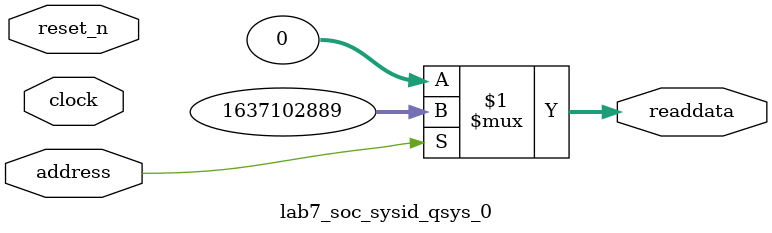
<source format=v>



// synthesis translate_off
`timescale 1ns / 1ps
// synthesis translate_on

// turn off superfluous verilog processor warnings 
// altera message_level Level1 
// altera message_off 10034 10035 10036 10037 10230 10240 10030 

module lab7_soc_sysid_qsys_0 (
               // inputs:
                address,
                clock,
                reset_n,

               // outputs:
                readdata
             )
;

  output  [ 31: 0] readdata;
  input            address;
  input            clock;
  input            reset_n;

  wire    [ 31: 0] readdata;
  //control_slave, which is an e_avalon_slave
  assign readdata = address ? 1637102889 : 0;

endmodule



</source>
